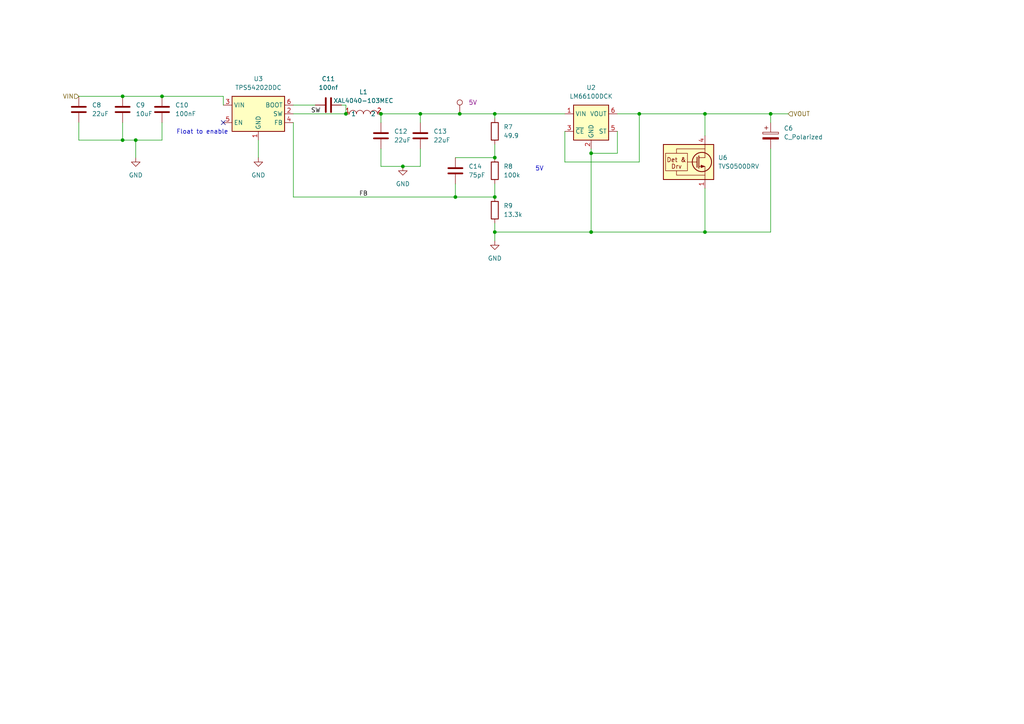
<source format=kicad_sch>
(kicad_sch (version 20250114) (generator "eeschema") (generator_version "9.0")
  (paper "A4")
  (lib_symbols
    (symbol "Device:C" (pin_numbers (hide yes)) (pin_names (offset 0.254))
      (property "Reference" "C" (at 0.635 2.54 0))
      (property "Value" "C" (at 0.635 -2.54 0))
      (symbol "C_0_1"
        (polyline (pts (xy -2.032 0.762) (xy 2.032 0.762)) (stroke (width 0.508)))
        (polyline (pts (xy -2.032 -0.762) (xy 2.032 -0.762)) (stroke (width 0.508)))
      )
      (symbol "C_1_1"
        (pin passive line (at 0 3.81 270) (length 2.794) (name "~") (number "1"))
        (pin passive line (at 0 -3.81 90) (length 2.794) (name "~") (number "2"))
      )
    )
    (symbol "Device:C_Polarized" (pin_numbers (hide yes)) (pin_names (offset 0.254))
      (property "Reference" "C" (at 0.635 2.54 0))
      (property "Value" "C_Polarized" (at 0.635 -2.54 0))
      (symbol "C_Polarized_0_1"
        (rectangle (start -2.286 0.508) (end 2.286 1.016))
        (polyline (pts (xy -1.778 2.286) (xy -0.762 2.286)))
        (polyline (pts (xy -1.27 2.794) (xy -1.27 1.778)))
        (rectangle (start 2.286 -0.508) (end -2.286 -1.016) (fill (type outline)))
      )
      (symbol "C_Polarized_1_1"
        (pin passive line (at 0 3.81 270) (length 2.794) (name "~") (number "1"))
        (pin passive line (at 0 -3.81 90) (length 2.794) (name "~") (number "2"))
      )
    )
    (symbol "Device:R" (pin_numbers (hide yes)) (pin_names (offset 0))
      (property "Reference" "R" (at 2.032 0 90))
      (property "Value" "R" (at 0 0 90))
      (symbol "R_0_1"
        (rectangle (start -1.016 -2.54) (end 1.016 2.54) (stroke (width 0.254)))
      )
      (symbol "R_1_1"
        (pin passive line (at 0 3.81 270) (length 1.27) (name "~") (number "1"))
        (pin passive line (at 0 -3.81 90) (length 1.27) (name "~") (number "2"))
      )
    )
    (symbol "Power_Management:LM66100DCK"
      (property "Reference" "U" (at -5.08 6.096 0))
      (property "Value" "LM66100DCK" (at 0.254 -6.35 0))
      (symbol "LM66100DCK_0_1"
        (rectangle (start -5.08 5.08) (end 5.08 -5.08) (stroke (width 0.254)) (fill (type background)))
      )
      (symbol "LM66100DCK_1_1"
        (pin power_in line (at -7.62 2.54 0) (length 2.54) (name "VIN") (number "1"))
        (pin input line (at -7.62 -2.54 0) (length 2.54) (name "~{CE}") (number "3"))
        (pin no_connect line (at 0 5.08 270) (length 2.54) (hide yes) (name "NC") (number "4"))
        (pin power_in line (at 0 -7.62 90) (length 2.54) (name "GND") (number "2"))
        (pin power_out line (at 7.62 2.54 180) (length 2.54) (name "VOUT") (number "6"))
        (pin open_collector line (at 7.62 -2.54 180) (length 2.54) (name "ST") (number "5"))
      )
    )
    (symbol "Power_Protection:TVS0500DRV" (pin_names (offset 0) (hide yes))
      (property "Reference" "U" (at 2.54 1.27 0))
      (property "Value" "TVS0500DRV" (at 2.54 -1.27 0))
      (symbol "TVS0500DRV_0_0"
        (rectangle (start -11.43 2.54) (end -5.08 -2.54))
        (polyline (pts (xy -8.255 2.54) (xy -8.255 3.81) (xy 0 3.81)))
        (polyline (pts (xy -8.255 -2.54) (xy -8.255 -3.81) (xy 0 -3.81)))
        (polyline (pts (xy 0 1.27) (xy -1.778 1.27)))
        (text "Det &" (at -8.255 0.635 0) (effects (font (size 1.27 1.27))))
        (text "Drv" (at -8.255 -1.27 0) (effects (font (size 1.27 1.27))))
      )
      (symbol "TVS0500DRV_0_1"
        (rectangle (start -12.065 5.08) (end 2.54 -5.08) (stroke (width 0.254)) (fill (type background)))
        (polyline (pts (xy -2.286 1.397) (xy -2.286 -1.524)) (stroke (width 0.254)))
        (polyline (pts (xy -2.286 0) (xy -5.08 0)))
        (polyline (pts (xy -1.778 1.778) (xy -1.778 -1.778)) (stroke (width 0.254)))
        (circle (center -0.889 0) (radius 2.794) (stroke (width 0.254)))
        (polyline (pts (xy -0.127 -1.27) (xy -1.143 -1.651) (xy -1.143 -0.889) (xy -0.127 -1.27)) (fill (type outline)))
        (polyline (pts (xy 0 5.08) (xy 0 2.54)))
        (polyline (pts (xy 0 2.54) (xy 0 1.27)))
        (polyline (pts (xy 0 -2.54) (xy 0 -5.08)))
        (polyline (pts (xy 0 -2.54) (xy 0 -1.27) (xy -1.778 -1.27)))
      )
      (symbol "TVS0500DRV_1_1"
        (pin passive line (at 0 7.62 270) (length 2.54) (name "IN") (number "4"))
        (pin passive line (at 0 7.62 270) (length 2.54) (hide yes) (name "IN") (number "5"))
        (pin passive line (at 0 7.62 270) (length 2.54) (hide yes) (name "IN") (number "6"))
        (pin power_in line (at 0 -7.62 90) (length 2.54) (name "GND") (number "1"))
        (pin passive line (at 0 -7.62 90) (length 2.54) (hide yes) (name "GND") (number "2"))
        (pin passive line (at 0 -7.62 90) (length 2.54) (hide yes) (name "GND") (number "3"))
        (pin passive line (at 0 -7.62 90) (length 2.54) (hide yes) (name "GND") (number "7"))
      )
    )
    (symbol "Regulator_Switching:TPS54202DDC"
      (property "Reference" "U" (at -7.62 6.35 0))
      (property "Value" "TPS54202DDC" (at 0 6.35 0))
      (symbol "TPS54202DDC_0_1"
        (rectangle (start -7.62 5.08) (end 7.62 -5.08) (stroke (width 0.254)) (fill (type background)))
      )
      (symbol "TPS54202DDC_1_1"
        (pin power_in line (at -10.16 2.54 0) (length 2.54) (name "VIN") (number "3"))
        (pin input line (at -10.16 -2.54 0) (length 2.54) (name "EN") (number "5"))
        (pin power_in line (at 0 -7.62 90) (length 2.54) (name "GND") (number "1"))
        (pin passive line (at 10.16 2.54 180) (length 2.54) (name "BOOT") (number "6"))
        (pin power_out line (at 10.16 0 180) (length 2.54) (name "SW") (number "2"))
        (pin input line (at 10.16 -2.54 180) (length 2.54) (name "FB") (number "4"))
      )
    )
    (symbol "easyeda2kicad:LabeledTestPoint" (pin_numbers (hide yes)) (pin_names (offset 0.762) (hide yes)) (in_bom no)
      (property "Label" "label" (at 0 5.08 0))
      (symbol "LabeledTestPoint_0_1"
        (circle (center 0 3.302) (radius 0.762))
      )
      (symbol "LabeledTestPoint_1_1"
        (pin passive line (at 0 0 90) (length 2.54) (name "1") (number "1"))
      )
    )
    (symbol "easyeda2kicad:XAL4040-103MEC"
      (property "Reference" "L" (at 0 5.08 0))
      (property "Value" "XAL4040-103MEC" (at 0 -5.08 0))
      (symbol "XAL4040-103MEC_0_1"
        (arc (start -4.06 -0.01) (mid -2.83 0.99) (end -2.03 0.01))
        (arc (start -2.03 -0.01) (mid -0.8 0.99) (end 0 0.01))
        (arc (start 0 -0.01) (mid 1.23 0.99) (end 2.03 0.01))
        (arc (start 2.03 -0.01) (mid 3.26 0.99) (end 4.06 0.01))
        (pin unspecified line (at -5.08 0 0) (length 1.016) (name "1") (number "1"))
        (pin unspecified line (at 5.08 0 180) (length 1.016) (name "2") (number "2"))
      )
    )
    (symbol "power:GND" (power) (pin_numbers (hide yes)) (pin_names (offset 0) (hide yes))
      (property "Value" "GND" (at 0 -3.81 0))
      (symbol "GND_0_1"
        (polyline (pts (xy 0 0) (xy 0 -1.27) (xy 1.27 -1.27) (xy 0 -2.54) (xy -1.27 -1.27) (xy 0 -1.27)))
      )
      (symbol "GND_1_1"
        (pin power_in line (at 0 0 270) (length 0) (name "~") (number "1"))
      )
    )
  )
  (text "5V" (at 156.464 49.022 0) (effects (font (size 1.27 1.27))))
  (text "Float to enable" (at 58.674 38.354 0) (effects (font (size 1.27 1.27))))
  (junction (at 132.08 57.15))
  (junction (at 116.84 48.26))
  (junction (at 143.51 57.15))
  (junction (at 204.47 67.31))
  (junction (at 171.45 44.45))
  (junction (at 185.42 33.02))
  (junction (at 35.56 27.94))
  (junction (at 121.92 33.02))
  (junction (at 223.52 33.02))
  (junction (at 35.56 40.64))
  (junction (at 204.47 33.02))
  (junction (at 133.35 33.02))
  (junction (at 110.49 33.02))
  (junction (at 46.99 27.94))
  (junction (at 39.37 40.64))
  (junction (at 100.33 33.02))
  (junction (at 143.51 67.31))
  (junction (at 143.51 33.02))
  (junction (at 171.45 67.31))
  (junction (at 143.51 45.72))
  (no_connect (at 64.77 35.56))
  (wire (pts (xy 204.47 33.02) (xy 204.47 39.37)))
  (wire (pts (xy 143.51 67.31) (xy 143.51 69.85)))
  (wire (pts (xy 132.08 57.15) (xy 143.51 57.15)))
  (wire (pts (xy 163.83 46.99) (xy 185.42 46.99)))
  (wire (pts (xy 132.08 57.15) (xy 132.08 53.34)))
  (wire (pts (xy 143.51 41.91) (xy 143.51 45.72)))
  (wire (pts (xy 85.09 30.48) (xy 91.44 30.48)))
  (wire (pts (xy 110.49 33.02) (xy 121.92 33.02)))
  (wire (pts (xy 163.83 38.1) (xy 163.83 46.99)))
  (wire (pts (xy 121.92 43.18) (xy 121.92 48.26)))
  (wire (pts (xy 22.86 40.64) (xy 35.56 40.64)))
  (wire (pts (xy 179.07 44.45) (xy 171.45 44.45)))
  (wire (pts (xy 110.49 33.02) (xy 110.49 35.56)))
  (wire (pts (xy 46.99 27.94) (xy 64.77 27.94)))
  (wire (pts (xy 204.47 67.31) (xy 171.45 67.31)))
  (wire (pts (xy 223.52 67.31) (xy 204.47 67.31)))
  (wire (pts (xy 133.35 33.02) (xy 143.51 33.02)))
  (wire (pts (xy 35.56 40.64) (xy 39.37 40.64)))
  (wire (pts (xy 204.47 54.61) (xy 204.47 67.31)))
  (wire (pts (xy 46.99 35.56) (xy 46.99 40.64)))
  (wire (pts (xy 110.49 48.26) (xy 116.84 48.26)))
  (wire (pts (xy 185.42 33.02) (xy 204.47 33.02)))
  (wire (pts (xy 204.47 33.02) (xy 223.52 33.02)))
  (wire (pts (xy 39.37 40.64) (xy 39.37 45.72)))
  (wire (pts (xy 110.49 43.18) (xy 110.49 48.26)))
  (wire (pts (xy 179.07 38.1) (xy 179.07 44.45)))
  (wire (pts (xy 223.52 33.02) (xy 228.6 33.02)))
  (wire (pts (xy 121.92 33.02) (xy 121.92 35.56)))
  (wire (pts (xy 179.07 33.02) (xy 185.42 33.02)))
  (wire (pts (xy 100.33 30.48) (xy 100.33 33.02)))
  (wire (pts (xy 171.45 44.45) (xy 171.45 67.31)))
  (wire (pts (xy 35.56 35.56) (xy 35.56 40.64)))
  (wire (pts (xy 143.51 45.72) (xy 132.08 45.72)))
  (wire (pts (xy 116.84 48.26) (xy 121.92 48.26)))
  (wire (pts (xy 143.51 53.34) (xy 143.51 57.15)))
  (wire (pts (xy 143.51 33.02) (xy 143.51 34.29)))
  (wire (pts (xy 171.45 43.18) (xy 171.45 44.45)))
  (wire (pts (xy 85.09 33.02) (xy 100.33 33.02)))
  (wire (pts (xy 121.92 33.02) (xy 133.35 33.02)))
  (wire (pts (xy 223.52 43.18) (xy 223.52 67.31)))
  (wire (pts (xy 185.42 33.02) (xy 185.42 46.99)))
  (wire (pts (xy 35.56 27.94) (xy 46.99 27.94)))
  (wire (pts (xy 46.99 40.64) (xy 39.37 40.64)))
  (wire (pts (xy 171.45 67.31) (xy 143.51 67.31)))
  (wire (pts (xy 22.86 27.94) (xy 35.56 27.94)))
  (wire (pts (xy 223.52 35.56) (xy 223.52 33.02)))
  (wire (pts (xy 64.77 27.94) (xy 64.77 30.48)))
  (wire (pts (xy 85.09 35.56) (xy 85.09 57.15)))
  (wire (pts (xy 99.06 30.48) (xy 100.33 30.48)))
  (wire (pts (xy 143.51 64.77) (xy 143.51 67.31)))
  (wire (pts (xy 22.86 35.56) (xy 22.86 40.64)))
  (wire (pts (xy 74.93 40.64) (xy 74.93 45.72)))
  (wire (pts (xy 85.09 57.15) (xy 132.08 57.15)))
  (wire (pts (xy 143.51 33.02) (xy 163.83 33.02)))
  (label "SW" (at 90.17 33.02 0))
  (label "FB" (at 104.14 57.15 0))
  (hierarchical_label "VIN" (shape input) (at 22.86 27.94 180))
  (hierarchical_label "VOUT" (shape input) (at 228.6 33.02 0))
  (symbol (lib_id "power:GND") (at 143.51 69.85 0) (unit 1)
    (property "Reference" "#PWR016" (effects (hide yes)))
    (property "Value" "GND" (at 143.51 74.93 0))
    (property "Description" "Power symbol creates a global label with name \"GND\" , ground" (effects (hide yes)))
  )
  (symbol (lib_id "power:GND") (at 39.37 45.72 0) (unit 1)
    (property "Reference" "#PWR013" (effects (hide yes)))
    (property "Value" "GND" (at 39.37 50.8 0))
    (property "Description" "Power symbol creates a global label with name \"GND\" , ground" (effects (hide yes)))
  )
  (symbol (lib_id "Device:R") (at 143.51 49.53 0) (unit 1)
    (property "Reference" "R8" (at 146.05 48.2599 0) (effects (justify left)))
    (property "Value" "100k" (at 146.05 50.7999 0) (effects (justify left)))
    (property "Footprint" "Resistor_SMD:R_0603_1608Metric" (effects (hide yes)))
    (property "Description" "Resistor" (effects (hide yes)))
  )
  (symbol (lib_id "Device:C") (at 132.08 49.53 180) (unit 1)
    (property "Reference" "C14" (at 135.89 48.2599 0) (effects (justify right)))
    (property "Value" "75pF" (at 135.89 50.7999 0) (effects (justify right)))
    (property "Footprint" "Capacitor_SMD:C_0603_1608Metric" (effects (hide yes)))
    (property "Description" "Unpolarized capacitor" (effects (hide yes)))
  )
  (symbol (lib_id "Device:C") (at 46.99 31.75 0) (unit 1)
    (property "Reference" "C10" (at 50.8 30.4799 0) (effects (justify left)))
    (property "Value" "100nF" (at 50.8 33.0199 0) (effects (justify left)))
    (property "Footprint" "Capacitor_SMD:C_0603_1608Metric" (effects (hide yes)))
    (property "Description" "Unpolarized capacitor" (effects (hide yes)))
  )
  (symbol (lib_id "Device:R") (at 143.51 38.1 0) (unit 1)
    (property "Reference" "R7" (at 146.05 36.8299 0) (effects (justify left)))
    (property "Value" "49.9" (at 146.05 39.3699 0) (effects (justify left)))
    (property "Footprint" "Resistor_SMD:R_0603_1608Metric" (effects (hide yes)))
    (property "Description" "Resistor" (effects (hide yes)))
  )
  (symbol (lib_id "Device:C") (at 110.49 39.37 0) (unit 1)
    (property "Reference" "C12" (at 114.3 38.0999 0) (effects (justify left)))
    (property "Value" "22uF" (at 114.3 40.6399 0) (effects (justify left)))
    (property "Footprint" "Capacitor_SMD:C_1206_3216Metric" (effects (hide yes)))
    (property "Description" "Unpolarized capacitor" (effects (hide yes)))
  )
  (symbol (lib_id "Device:C_Polarized") (at 223.52 39.37 0) (unit 1)
    (property "Reference" "C6" (at 227.33 37.2109 0) (effects (justify left)))
    (property "Value" "C_Polarized" (at 227.33 39.7509 0) (effects (justify left)))
    (property "Footprint" "Capacitor_SMD:CP_Elec_8x11.9" (effects (hide yes)))
    (property "Description" "Polarized capacitor" (effects (hide yes)))
    (property "LCSC Part" "C542295" (effects (hide yes)))
  )
  (symbol (lib_id "Regulator_Switching:TPS54202DDC") (at 74.93 33.02 0) (unit 1)
    (property "Reference" "U3" (at 74.93 22.86 0))
    (property "Value" "TPS54202DDC" (at 74.93 25.4 0))
    (property "Footprint" "Package_TO_SOT_SMD:SOT-23-6" (effects (hide yes)))
    (property "Datasheet" "http://www.ti.com/lit/ds/symlink/tps54202.pdf" (effects (hide yes)))
    (property "Description" "2A, 4.5 to 28V Input, EMI Friendly integrated switch synchronous step-down regulator, pulse-skipping, SOT-23-6" (effects (hide yes)))
  )
  (symbol (lib_id "Device:C") (at 121.92 39.37 0) (unit 1)
    (property "Reference" "C13" (at 125.73 38.0999 0) (effects (justify left)))
    (property "Value" "22uF" (at 125.73 40.6399 0) (effects (justify left)))
    (property "Footprint" "Capacitor_SMD:C_1206_3216Metric" (effects (hide yes)))
    (property "Description" "Unpolarized capacitor" (effects (hide yes)))
  )
  (symbol (lib_id "Device:C") (at 35.56 31.75 0) (unit 1)
    (property "Reference" "C9" (at 39.37 30.4799 0) (effects (justify left)))
    (property "Value" "10uF" (at 39.37 33.0199 0) (effects (justify left)))
    (property "Footprint" "Capacitor_SMD:C_0603_1608Metric" (effects (hide yes)))
    (property "Description" "Unpolarized capacitor" (effects (hide yes)))
  )
  (symbol (lib_id "power:GND") (at 116.84 48.26 0) (unit 1)
    (property "Reference" "#PWR015" (effects (hide yes)))
    (property "Value" "GND" (at 116.84 53.34 0))
    (property "Description" "Power symbol creates a global label with name \"GND\" , ground" (effects (hide yes)))
  )
  (symbol (lib_id "Device:C") (at 22.86 31.75 0) (unit 1)
    (property "Reference" "C8" (at 26.67 30.4799 0) (effects (justify left)))
    (property "Value" "22uF" (at 26.67 33.0199 0) (effects (justify left)))
    (property "Footprint" "Capacitor_SMD:C_1206_3216Metric" (effects (hide yes)))
    (property "Description" "Unpolarized capacitor" (effects (hide yes)))
  )
  (symbol (lib_id "Power_Management:LM66100DCK") (at 171.45 35.56 0) (unit 1)
    (property "Reference" "U2" (at 171.45 25.4 0))
    (property "Value" "LM66100DCK" (at 171.45 27.94 0))
    (property "Footprint" "Package_TO_SOT_SMD:SOT-363_SC-70-6" (effects (hide yes)))
    (property "Datasheet" "https://www.ti.com/lit/ds/symlink/lm66100.pdf" (effects (hide yes)))
    (property "Description" "Ideal Diode With Input Polarity Protection 1.5 - 5.5V  Input Voltage, 1.5A Output Current, Ron 141 mOhm, SC-70-6" (effects (hide yes)))
  )
  (symbol (lib_id "easyeda2kicad:XAL4040-103MEC") (at 105.41 33.02 0) (unit 1)
    (property "Reference" "L1" (at 105.41 26.67 0))
    (property "Value" "XAL4040-103MEC" (at 105.41 29.21 0))
    (property "Footprint" "easyeda2kicad:IND-SMD_L4.0-W4.0-A" (effects (hide yes)))
    (property "LCSC Part" "C5144883" (effects (hide yes)))
  )
  (symbol (lib_id "Power_Protection:TVS0500DRV") (at 204.47 46.99 0) (unit 1)
    (property "Reference" "U6" (at 208.28 45.7199 0) (effects (justify left)))
    (property "Value" "TVS0500DRV" (at 208.28 48.2599 0) (effects (justify left)))
    (property "Footprint" "Package_SON:WSON-6-1EP_2x2mm_P0.65mm_EP1x1.6mm" (effects (hide yes)))
    (property "Datasheet" "http://www.ti.com/lit/ds/symlink/tvs0500.pdf" (effects (hide yes)))
    (property "Description" "Flat-Clamp Surge Protection Device. 5Vrwm, WSON-6" (effects (hide yes)))
  )
  (symbol (lib_id "easyeda2kicad:LabeledTestPoint") (at 133.35 33.02 0) (unit 1) (in_bom no)
    (property "Reference" "TP14" (effects (hide yes)))
    (property "Value" "LabeledTestPoint" (effects (hide yes)))
    (property "Footprint" "easyeda2kicad:LabeledTestPoint" (effects (hide yes)))
    (property "Description" "test point" (effects (hide yes)))
    (property "Label" "5V" (at 135.89 29.7179 0) (effects (justify left)))
  )
  (symbol (lib_id "Device:C") (at 95.25 30.48 90) (unit 1)
    (property "Reference" "C11" (at 95.25 22.86 90))
    (property "Value" "100nf" (at 95.25 25.4 90))
    (property "Footprint" "Capacitor_SMD:C_0603_1608Metric" (effects (hide yes)))
    (property "Description" "Unpolarized capacitor" (effects (hide yes)))
  )
  (symbol (lib_id "Device:R") (at 143.51 60.96 0) (unit 1)
    (property "Reference" "R9" (at 146.05 59.6899 0) (effects (justify left)))
    (property "Value" "13.3k" (at 146.05 62.2299 0) (effects (justify left)))
    (property "Footprint" "Resistor_SMD:R_0603_1608Metric" (effects (hide yes)))
    (property "Description" "Resistor" (effects (hide yes)))
  )
  (symbol (lib_id "power:GND") (at 74.93 45.72 0) (unit 1)
    (property "Reference" "#PWR014" (effects (hide yes)))
    (property "Value" "GND" (at 74.93 50.8 0))
    (property "Description" "Power symbol creates a global label with name \"GND\" , ground" (effects (hide yes)))
  )
)
</source>
